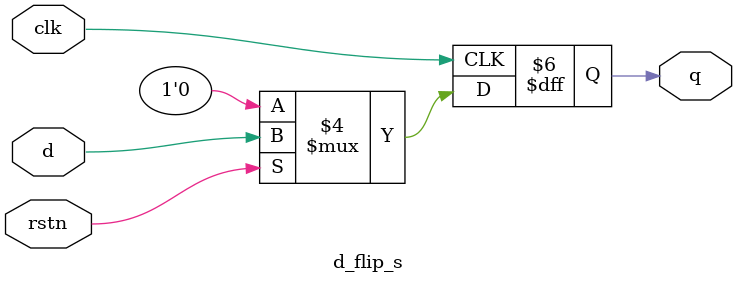
<source format=v>
`timescale 1ns / 1ps


module d_flip_s(
input d,
input rstn,
input clk,
output reg q
    );
    always @(posedge clk)
        if(!rstn)
            q<=0;
        else
            q<=d;
endmodule

</source>
